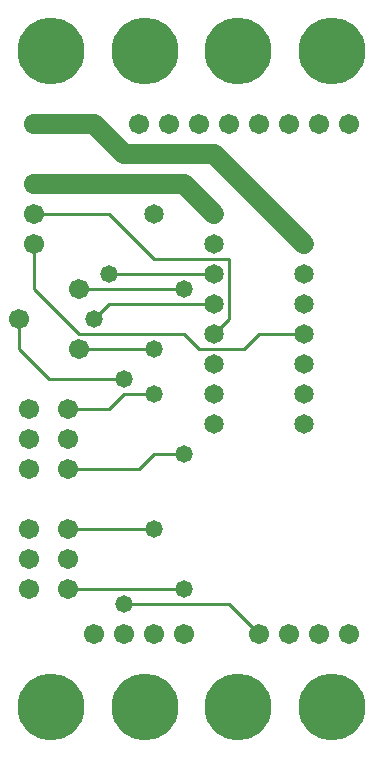
<source format=gbl>
%MOIN*%
%FSLAX25Y25*%
G04 D10 used for Character Trace; *
G04     Circle (OD=.01000) (No hole)*
G04 D11 used for Power Trace; *
G04     Circle (OD=.06700) (No hole)*
G04 D12 used for Signal Trace; *
G04     Circle (OD=.01100) (No hole)*
G04 D13 used for Via; *
G04     Circle (OD=.05800) (Round. Hole ID=.02800)*
G04 D14 used for Component hole; *
G04     Circle (OD=.06500) (Round. Hole ID=.03500)*
G04 D15 used for Component hole; *
G04     Circle (OD=.06700) (Round. Hole ID=.04300)*
G04 D16 used for Component hole; *
G04     Circle (OD=.08100) (Round. Hole ID=.05100)*
G04 D17 used for Component hole; *
G04     Circle (OD=.08900) (Round. Hole ID=.05900)*
G04 D18 used for Component hole; *
G04     Circle (OD=.11300) (Round. Hole ID=.08300)*
G04 D19 used for Component hole; *
G04     Circle (OD=.16000) (Round. Hole ID=.13000)*
G04 D20 used for Component hole; *
G04     Circle (OD=.18300) (Round. Hole ID=.15300)*
G04 D21 used for Component hole; *
G04     Circle (OD=.22291) (Round. Hole ID=.19291)*
%ADD10C,.01000*%
%ADD11C,.06700*%
%ADD12C,.01100*%
%ADD13C,.05800*%
%ADD14C,.06500*%
%ADD15C,.06700*%
%ADD16C,.08100*%
%ADD17C,.08900*%
%ADD18C,.11300*%
%ADD19C,.16000*%
%ADD20C,.18300*%
%ADD21C,.22291*%
%IPPOS*%
%LPD*%
G90*X0Y0D02*D21*X15625Y15625D03*D15*              
X40000Y40000D03*X30000D03*D21*X46875Y15625D03*D13*
X40000Y50000D03*D12*X75000D01*X85000Y40000D01*D15*
D03*X95000D03*X105000D03*D21*X109375Y15625D03*D13*
X60000Y55000D03*D12*X21500D01*D15*D03*            
X8500Y65000D03*X21500D03*X8500Y55000D03*          
X21500Y75000D03*D12*X50000D01*D13*D03*D12*        
X21500Y95000D02*X45000D01*D15*X21500D03*          
X8500Y105000D03*X21500D03*X8500Y95000D03*D12*     
X21500Y115000D02*X35000D01*D15*X21500D03*X8500D03*
D12*X15000Y125000D02*X40000D01*D13*D03*D12*       
X35000Y115000D02*X40000Y120000D01*X50000D01*D13*  
D03*D12*X65000Y135000D02*X80000D01*               
X85000Y140000D01*X100000D01*D14*D03*Y150000D03*   
Y130000D03*Y160000D03*Y120000D03*D12*             
X75000Y145000D02*Y165000D01*X70000Y140000D02*     
X75000Y145000D01*D14*X70000Y140000D03*D12*        
X65000Y135000D02*X60000Y140000D01*X25000D01*      
X10000Y155000D01*Y170000D01*D15*D03*Y180000D03*   
D12*X35000D01*X50000Y165000D01*X75000D01*D14*     
X70000Y170000D03*Y160000D03*D12*X35000D01*D13*D03*
D12*X30000Y145000D02*X35000Y150000D01*D13*        
X30000Y145000D03*D12*X35000Y150000D02*X70000D01*  
D14*D03*D13*X60000Y155000D03*D12*X25000D01*D15*   
D03*D12*X15000Y125000D02*X5000Y135000D01*D15*     
X25000D03*D12*X50000D01*D13*D03*D14*              
X70000Y120000D03*Y130000D03*Y110000D03*D12*       
X45000Y95000D02*X50000Y100000D01*X60000D01*D13*   
D03*D14*X100000Y110000D03*D15*X8500Y75000D03*     
X5000Y145000D03*D12*Y135000D01*D14*               
X50000Y180000D03*D11*X70000D02*X60000Y190000D01*  
D14*X70000Y180000D03*D11*X10000Y190000D02*        
X60000D01*D15*X10000D03*D11*X40000Y200000D02*     
X30000Y210000D01*D13*X40000Y200000D03*D11*        
X70000D01*X100000Y170000D01*D14*D03*D15*          
X115000Y210000D03*X105000D03*X95000D03*X85000D03* 
X75000D03*X65000D03*X55000D03*X45000D03*D21*      
X109375Y234375D03*X78125D03*X46875D03*D11*        
X10000Y210000D02*X30000D01*D15*X10000D03*D21*     
X15625Y234375D03*D15*X50000Y40000D03*X60000D03*   
X115000D03*D21*X78125Y15625D03*M02*               

</source>
